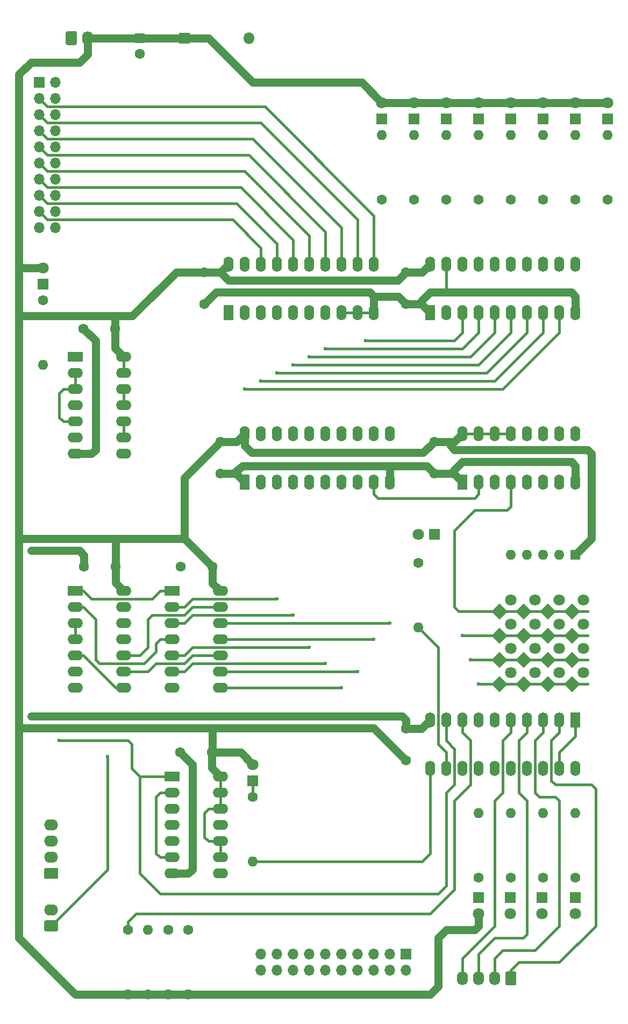
<source format=gbr>
G04 #@! TF.GenerationSoftware,KiCad,Pcbnew,(5.1.7)-1*
G04 #@! TF.CreationDate,2020-11-15T10:54:59+01:00*
G04 #@! TF.ProjectId,Befehle,42656665-686c-4652-9e6b-696361645f70,rev?*
G04 #@! TF.SameCoordinates,Original*
G04 #@! TF.FileFunction,Copper,L1,Top*
G04 #@! TF.FilePolarity,Positive*
%FSLAX46Y46*%
G04 Gerber Fmt 4.6, Leading zero omitted, Abs format (unit mm)*
G04 Created by KiCad (PCBNEW (5.1.7)-1) date 2020-11-15 10:54:59*
%MOMM*%
%LPD*%
G01*
G04 APERTURE LIST*
G04 #@! TA.AperFunction,ComponentPad*
%ADD10O,1.600000X2.400000*%
G04 #@! TD*
G04 #@! TA.AperFunction,ComponentPad*
%ADD11R,1.600000X2.400000*%
G04 #@! TD*
G04 #@! TA.AperFunction,ComponentPad*
%ADD12O,2.190000X1.740000*%
G04 #@! TD*
G04 #@! TA.AperFunction,ComponentPad*
%ADD13O,1.800000X1.800000*%
G04 #@! TD*
G04 #@! TA.AperFunction,ComponentPad*
%ADD14R,1.800000X1.800000*%
G04 #@! TD*
G04 #@! TA.AperFunction,ComponentPad*
%ADD15O,1.600000X1.600000*%
G04 #@! TD*
G04 #@! TA.AperFunction,ComponentPad*
%ADD16C,1.600000*%
G04 #@! TD*
G04 #@! TA.AperFunction,ComponentPad*
%ADD17C,1.800000*%
G04 #@! TD*
G04 #@! TA.AperFunction,ComponentPad*
%ADD18C,0.100000*%
G04 #@! TD*
G04 #@! TA.AperFunction,ComponentPad*
%ADD19O,1.700000X1.700000*%
G04 #@! TD*
G04 #@! TA.AperFunction,ComponentPad*
%ADD20R,1.700000X1.700000*%
G04 #@! TD*
G04 #@! TA.AperFunction,ComponentPad*
%ADD21O,2.400000X1.600000*%
G04 #@! TD*
G04 #@! TA.AperFunction,ComponentPad*
%ADD22R,2.400000X1.600000*%
G04 #@! TD*
G04 #@! TA.AperFunction,ComponentPad*
%ADD23R,1.600000X1.600000*%
G04 #@! TD*
G04 #@! TA.AperFunction,ComponentPad*
%ADD24O,1.740000X2.190000*%
G04 #@! TD*
G04 #@! TA.AperFunction,ViaPad*
%ADD25C,0.600000*%
G04 #@! TD*
G04 #@! TA.AperFunction,Conductor*
%ADD26C,0.400000*%
G04 #@! TD*
G04 #@! TA.AperFunction,Conductor*
%ADD27C,1.250000*%
G04 #@! TD*
G04 APERTURE END LIST*
D10*
X109950000Y-141320000D03*
X87090000Y-133700000D03*
X107410000Y-141320000D03*
X89630000Y-133700000D03*
X104870000Y-141320000D03*
X92170000Y-133700000D03*
X102330000Y-141320000D03*
X94710000Y-133700000D03*
X99790000Y-141320000D03*
X97250000Y-133700000D03*
X97250000Y-141320000D03*
X99790000Y-133700000D03*
X94710000Y-141320000D03*
X102330000Y-133700000D03*
X92170000Y-141320000D03*
X104870000Y-133700000D03*
X89630000Y-141320000D03*
X107410000Y-133700000D03*
X87090000Y-141320000D03*
D11*
X109950000Y-133700000D03*
D10*
X57880000Y-88615000D03*
X80740000Y-96235000D03*
X60420000Y-88615000D03*
X78200000Y-96235000D03*
X62960000Y-88615000D03*
X75660000Y-96235000D03*
X65500000Y-88615000D03*
X73120000Y-96235000D03*
X68040000Y-88615000D03*
X70580000Y-96235000D03*
X70580000Y-88615000D03*
X68040000Y-96235000D03*
X73120000Y-88615000D03*
X65500000Y-96235000D03*
X75660000Y-88615000D03*
X62960000Y-96235000D03*
X78200000Y-88615000D03*
X60420000Y-96235000D03*
X80740000Y-88615000D03*
D11*
X57880000Y-96235000D03*
D10*
X87090000Y-61945000D03*
X109950000Y-69565000D03*
X89630000Y-61945000D03*
X107410000Y-69565000D03*
X92170000Y-61945000D03*
X104870000Y-69565000D03*
X94710000Y-61945000D03*
X102330000Y-69565000D03*
X97250000Y-61945000D03*
X99790000Y-69565000D03*
X99790000Y-61945000D03*
X97250000Y-69565000D03*
X102330000Y-61945000D03*
X94710000Y-69565000D03*
X104870000Y-61945000D03*
X92170000Y-69565000D03*
X107410000Y-61945000D03*
X89630000Y-69565000D03*
X109950000Y-61945000D03*
D11*
X87090000Y-69565000D03*
D10*
X55340000Y-61945000D03*
X78200000Y-69565000D03*
X57880000Y-61945000D03*
X75660000Y-69565000D03*
X60420000Y-61945000D03*
X73120000Y-69565000D03*
X62960000Y-61945000D03*
X70580000Y-69565000D03*
X65500000Y-61945000D03*
X68040000Y-69565000D03*
X68040000Y-61945000D03*
X65500000Y-69565000D03*
X70580000Y-61945000D03*
X62960000Y-69565000D03*
X73120000Y-61945000D03*
X60420000Y-69565000D03*
X75660000Y-61945000D03*
X57880000Y-69565000D03*
X78200000Y-61945000D03*
D11*
X55340000Y-69565000D03*
D12*
X27400000Y-150210000D03*
X27400000Y-152750000D03*
X27400000Y-155290000D03*
G04 #@! TA.AperFunction,ComponentPad*
G36*
G01*
X28245001Y-158700000D02*
X26554999Y-158700000D01*
G75*
G02*
X26305000Y-158450001I0J249999D01*
G01*
X26305000Y-157209999D01*
G75*
G02*
X26554999Y-156960000I249999J0D01*
G01*
X28245001Y-156960000D01*
G75*
G02*
X28495000Y-157209999I0J-249999D01*
G01*
X28495000Y-158450001D01*
G75*
G02*
X28245001Y-158700000I-249999J0D01*
G01*
G37*
G04 #@! TD.AperFunction*
D13*
X58515000Y-26385000D03*
D14*
X48355000Y-26385000D03*
D15*
X109950000Y-148305000D03*
D16*
X109950000Y-158465000D03*
D17*
X111220000Y-126188949D03*
G04 #@! TA.AperFunction,ComponentPad*
D18*
G36*
X109423949Y-129257792D02*
G01*
X108151157Y-127985000D01*
X109423949Y-126712208D01*
X110696741Y-127985000D01*
X109423949Y-129257792D01*
G37*
G04 #@! TD.AperFunction*
D17*
X103600000Y-122378949D03*
G04 #@! TA.AperFunction,ComponentPad*
D18*
G36*
X101803949Y-125447792D02*
G01*
X100531157Y-124175000D01*
X101803949Y-122902208D01*
X103076741Y-124175000D01*
X101803949Y-125447792D01*
G37*
G04 #@! TD.AperFunction*
D17*
X107410000Y-126188949D03*
G04 #@! TA.AperFunction,ComponentPad*
D18*
G36*
X105613949Y-129257792D02*
G01*
X104341157Y-127985000D01*
X105613949Y-126712208D01*
X106886741Y-127985000D01*
X105613949Y-129257792D01*
G37*
G04 #@! TD.AperFunction*
D19*
X60420000Y-173070000D03*
X60420000Y-170530000D03*
X62960000Y-173070000D03*
X62960000Y-170530000D03*
X65500000Y-173070000D03*
X65500000Y-170530000D03*
X68040000Y-173070000D03*
X68040000Y-170530000D03*
X70580000Y-173070000D03*
X70580000Y-170530000D03*
X73120000Y-173070000D03*
X73120000Y-170530000D03*
X75660000Y-173070000D03*
X75660000Y-170530000D03*
X78200000Y-173070000D03*
X78200000Y-170530000D03*
X80740000Y-173070000D03*
X80740000Y-170530000D03*
X83280000Y-173070000D03*
D20*
X83280000Y-170530000D03*
D10*
X92170000Y-88615000D03*
X109950000Y-96235000D03*
X94710000Y-88615000D03*
X107410000Y-96235000D03*
X97250000Y-88615000D03*
X104870000Y-96235000D03*
X99790000Y-88615000D03*
X102330000Y-96235000D03*
X102330000Y-88615000D03*
X99790000Y-96235000D03*
X104870000Y-88615000D03*
X97250000Y-96235000D03*
X107410000Y-88615000D03*
X94710000Y-96235000D03*
X109950000Y-88615000D03*
D11*
X92170000Y-96235000D03*
D21*
X38830000Y-76550000D03*
X31210000Y-91790000D03*
X38830000Y-79090000D03*
X31210000Y-89250000D03*
X38830000Y-81630000D03*
X31210000Y-86710000D03*
X38830000Y-84170000D03*
X31210000Y-84170000D03*
X38830000Y-86710000D03*
X31210000Y-81630000D03*
X38830000Y-89250000D03*
X31210000Y-79090000D03*
X38830000Y-91790000D03*
D22*
X31210000Y-76550000D03*
D15*
X99790000Y-107665000D03*
X102330000Y-107665000D03*
X104870000Y-107665000D03*
X107410000Y-107665000D03*
D23*
X109950000Y-107665000D03*
D15*
X115030000Y-41625000D03*
D16*
X115030000Y-51785000D03*
D15*
X104870000Y-148305000D03*
D16*
X104870000Y-158465000D03*
D15*
X109950000Y-41625000D03*
D16*
X109950000Y-51785000D03*
D15*
X104870000Y-41625000D03*
D16*
X104870000Y-51785000D03*
D15*
X99790000Y-41625000D03*
D16*
X99790000Y-51785000D03*
D15*
X94710000Y-41625000D03*
D16*
X94710000Y-51785000D03*
D15*
X89630000Y-41625000D03*
D16*
X89630000Y-51785000D03*
D15*
X99790000Y-148305000D03*
D16*
X99790000Y-158465000D03*
D15*
X84550000Y-41625000D03*
D16*
X84550000Y-51785000D03*
D15*
X79470000Y-41625000D03*
D16*
X79470000Y-51785000D03*
D15*
X94710000Y-148305000D03*
D16*
X94710000Y-158465000D03*
D15*
X85185000Y-119095000D03*
D16*
X85185000Y-108935000D03*
D15*
X45815000Y-176880000D03*
D16*
X45815000Y-166720000D03*
D15*
X26130000Y-77820000D03*
D16*
X26130000Y-67660000D03*
D15*
X39465000Y-176880000D03*
D16*
X39465000Y-166720000D03*
D15*
X48990000Y-176880000D03*
D16*
X48990000Y-166720000D03*
D15*
X59150000Y-155925000D03*
D16*
X59150000Y-145765000D03*
D15*
X42640000Y-166720000D03*
D16*
X42640000Y-176880000D03*
D24*
X33115000Y-26385000D03*
G04 #@! TA.AperFunction,ComponentPad*
G36*
G01*
X29705000Y-27230001D02*
X29705000Y-25539999D01*
G75*
G02*
X29954999Y-25290000I249999J0D01*
G01*
X31195001Y-25290000D01*
G75*
G02*
X31445000Y-25539999I0J-249999D01*
G01*
X31445000Y-27230001D01*
G75*
G02*
X31195001Y-27480000I-249999J0D01*
G01*
X29954999Y-27480000D01*
G75*
G02*
X29705000Y-27230001I0J249999D01*
G01*
G37*
G04 #@! TD.AperFunction*
X92170000Y-174340000D03*
X94710000Y-174340000D03*
X97250000Y-174340000D03*
G04 #@! TA.AperFunction,ComponentPad*
G36*
G01*
X100660000Y-173494999D02*
X100660000Y-175185001D01*
G75*
G02*
X100410001Y-175435000I-249999J0D01*
G01*
X99169999Y-175435000D01*
G75*
G02*
X98920000Y-175185001I0J249999D01*
G01*
X98920000Y-173494999D01*
G75*
G02*
X99169999Y-173245000I249999J0D01*
G01*
X100410001Y-173245000D01*
G75*
G02*
X100660000Y-173494999I0J-249999D01*
G01*
G37*
G04 #@! TD.AperFunction*
D12*
X27400000Y-163545000D03*
G04 #@! TA.AperFunction,ComponentPad*
G36*
G01*
X28245001Y-166955000D02*
X26554999Y-166955000D01*
G75*
G02*
X26305000Y-166705001I0J249999D01*
G01*
X26305000Y-165464999D01*
G75*
G02*
X26554999Y-165215000I249999J0D01*
G01*
X28245001Y-165215000D01*
G75*
G02*
X28495000Y-165464999I0J-249999D01*
G01*
X28495000Y-166705001D01*
G75*
G02*
X28245001Y-166955000I-249999J0D01*
G01*
G37*
G04 #@! TD.AperFunction*
D20*
X25495000Y-33370000D03*
D19*
X28035000Y-33370000D03*
X25495000Y-35910000D03*
X28035000Y-35910000D03*
X25495000Y-38450000D03*
X28035000Y-38450000D03*
X25495000Y-40990000D03*
X28035000Y-40990000D03*
X25495000Y-43530000D03*
X28035000Y-43530000D03*
X25495000Y-46070000D03*
X28035000Y-46070000D03*
X25495000Y-48610000D03*
X28035000Y-48610000D03*
X25495000Y-51150000D03*
X28035000Y-51150000D03*
X25495000Y-53690000D03*
X28035000Y-53690000D03*
X25495000Y-56230000D03*
X28035000Y-56230000D03*
D17*
X109950000Y-164180000D03*
D14*
X109950000Y-161640000D03*
D17*
X115030000Y-36545000D03*
D14*
X115030000Y-39085000D03*
D17*
X104715000Y-164180000D03*
D14*
X104715000Y-161640000D03*
D17*
X109950000Y-36545000D03*
D14*
X109950000Y-39085000D03*
D17*
X104870000Y-36545000D03*
D14*
X104870000Y-39085000D03*
D17*
X99790000Y-36545000D03*
D14*
X99790000Y-39085000D03*
D17*
X94710000Y-36545000D03*
D14*
X94710000Y-39085000D03*
D17*
X89630000Y-36545000D03*
D14*
X89630000Y-39085000D03*
D17*
X99715000Y-164180000D03*
D14*
X99715000Y-161640000D03*
D17*
X84550000Y-36545000D03*
D14*
X84550000Y-39085000D03*
D17*
X79470000Y-36545000D03*
D14*
X79470000Y-39085000D03*
D17*
X94710000Y-164180000D03*
D14*
X94710000Y-161640000D03*
D17*
X85185000Y-104490000D03*
D14*
X87725000Y-104490000D03*
D17*
X26130000Y-62580000D03*
D14*
X26130000Y-65120000D03*
D17*
X59150000Y-140685000D03*
D14*
X59150000Y-143225000D03*
D21*
X54070000Y-142590000D03*
X46450000Y-157830000D03*
X54070000Y-145130000D03*
X46450000Y-155290000D03*
X54070000Y-147670000D03*
X46450000Y-152750000D03*
X54070000Y-150210000D03*
X46450000Y-150210000D03*
X54070000Y-152750000D03*
X46450000Y-147670000D03*
X54070000Y-155290000D03*
X46450000Y-145130000D03*
X54070000Y-157830000D03*
D22*
X46450000Y-142590000D03*
D16*
X32480000Y-72105000D03*
X37480000Y-72105000D03*
D21*
X38830000Y-113380000D03*
X31210000Y-128620000D03*
X38830000Y-115920000D03*
X31210000Y-126080000D03*
X38830000Y-118460000D03*
X31210000Y-123540000D03*
X38830000Y-121000000D03*
X31210000Y-121000000D03*
X38830000Y-123540000D03*
X31210000Y-118460000D03*
X38830000Y-126080000D03*
X31210000Y-115920000D03*
X38830000Y-128620000D03*
D22*
X31210000Y-113380000D03*
D21*
X54021740Y-113380000D03*
X46401740Y-128620000D03*
X54021740Y-115920000D03*
X46401740Y-126080000D03*
X54021740Y-118460000D03*
X46401740Y-123540000D03*
X54021740Y-121000000D03*
X46401740Y-121000000D03*
X54021740Y-123540000D03*
X46401740Y-118460000D03*
X54021740Y-126080000D03*
X46401740Y-115920000D03*
X54021740Y-128620000D03*
D22*
X46401740Y-113380000D03*
D17*
X103600000Y-126188949D03*
G04 #@! TA.AperFunction,ComponentPad*
D18*
G36*
X101803949Y-129257792D02*
G01*
X100531157Y-127985000D01*
X101803949Y-126712208D01*
X103076741Y-127985000D01*
X101803949Y-129257792D01*
G37*
G04 #@! TD.AperFunction*
D17*
X99790000Y-126188949D03*
G04 #@! TA.AperFunction,ComponentPad*
D18*
G36*
X97993949Y-129257792D02*
G01*
X96721157Y-127985000D01*
X97993949Y-126712208D01*
X99266741Y-127985000D01*
X97993949Y-129257792D01*
G37*
G04 #@! TD.AperFunction*
D17*
X111220000Y-122378949D03*
G04 #@! TA.AperFunction,ComponentPad*
D18*
G36*
X109423949Y-125447792D02*
G01*
X108151157Y-124175000D01*
X109423949Y-122902208D01*
X110696741Y-124175000D01*
X109423949Y-125447792D01*
G37*
G04 #@! TD.AperFunction*
D17*
X107410000Y-122378949D03*
G04 #@! TA.AperFunction,ComponentPad*
D18*
G36*
X105613949Y-125447792D02*
G01*
X104341157Y-124175000D01*
X105613949Y-122902208D01*
X106886741Y-124175000D01*
X105613949Y-125447792D01*
G37*
G04 #@! TD.AperFunction*
D17*
X111220000Y-118568949D03*
G04 #@! TA.AperFunction,ComponentPad*
D18*
G36*
X109423949Y-121637792D02*
G01*
X108151157Y-120365000D01*
X109423949Y-119092208D01*
X110696741Y-120365000D01*
X109423949Y-121637792D01*
G37*
G04 #@! TD.AperFunction*
D17*
X107410000Y-118568949D03*
G04 #@! TA.AperFunction,ComponentPad*
D18*
G36*
X105613949Y-121637792D02*
G01*
X104341157Y-120365000D01*
X105613949Y-119092208D01*
X106886741Y-120365000D01*
X105613949Y-121637792D01*
G37*
G04 #@! TD.AperFunction*
D17*
X103600000Y-118568949D03*
G04 #@! TA.AperFunction,ComponentPad*
D18*
G36*
X101803949Y-121637792D02*
G01*
X100531157Y-120365000D01*
X101803949Y-119092208D01*
X103076741Y-120365000D01*
X101803949Y-121637792D01*
G37*
G04 #@! TD.AperFunction*
D17*
X111220000Y-114758949D03*
G04 #@! TA.AperFunction,ComponentPad*
D18*
G36*
X109423949Y-117827792D02*
G01*
X108151157Y-116555000D01*
X109423949Y-115282208D01*
X110696741Y-116555000D01*
X109423949Y-117827792D01*
G37*
G04 #@! TD.AperFunction*
D17*
X107410000Y-114758949D03*
G04 #@! TA.AperFunction,ComponentPad*
D18*
G36*
X105613949Y-117827792D02*
G01*
X104341157Y-116555000D01*
X105613949Y-115282208D01*
X106886741Y-116555000D01*
X105613949Y-117827792D01*
G37*
G04 #@! TD.AperFunction*
D17*
X99790000Y-122378949D03*
G04 #@! TA.AperFunction,ComponentPad*
D18*
G36*
X97993949Y-125447792D02*
G01*
X96721157Y-124175000D01*
X97993949Y-122902208D01*
X99266741Y-124175000D01*
X97993949Y-125447792D01*
G37*
G04 #@! TD.AperFunction*
D17*
X103600000Y-114758949D03*
G04 #@! TA.AperFunction,ComponentPad*
D18*
G36*
X101803949Y-117827792D02*
G01*
X100531157Y-116555000D01*
X101803949Y-115282208D01*
X103076741Y-116555000D01*
X101803949Y-117827792D01*
G37*
G04 #@! TD.AperFunction*
D17*
X99790000Y-118568949D03*
G04 #@! TA.AperFunction,ComponentPad*
D18*
G36*
X97993949Y-121637792D02*
G01*
X96721157Y-120365000D01*
X97993949Y-119092208D01*
X99266741Y-120365000D01*
X97993949Y-121637792D01*
G37*
G04 #@! TD.AperFunction*
D17*
X99790000Y-114758949D03*
G04 #@! TA.AperFunction,ComponentPad*
D18*
G36*
X97993949Y-117827792D02*
G01*
X96721157Y-116555000D01*
X97993949Y-115282208D01*
X99266741Y-116555000D01*
X97993949Y-117827792D01*
G37*
G04 #@! TD.AperFunction*
D16*
X41370000Y-28885000D03*
D23*
X41370000Y-26385000D03*
D16*
X47720000Y-138780000D03*
X52720000Y-138780000D03*
X32560000Y-109570000D03*
X37560000Y-109570000D03*
X47800000Y-109570000D03*
X52800000Y-109570000D03*
X83280000Y-135050000D03*
X83280000Y-140050000D03*
X54070000Y-94885000D03*
X54070000Y-89885000D03*
X87725000Y-94885000D03*
X87725000Y-89885000D03*
X83280000Y-68215000D03*
X83280000Y-63215000D03*
X51530000Y-68215000D03*
X51530000Y-63215000D03*
D25*
X70580000Y-75280000D03*
X68040000Y-76550000D03*
X65500000Y-77820000D03*
X62960000Y-79090000D03*
X60420000Y-80360000D03*
X24225000Y-133065000D03*
X47720000Y-133065000D03*
X24225000Y-107030000D03*
X92170000Y-120365000D03*
X93440000Y-124175000D03*
X94710000Y-127985000D03*
X28670000Y-136875000D03*
X36290000Y-139415000D03*
X62960000Y-114650000D03*
X65500000Y-117190000D03*
X68040000Y-122270000D03*
X70580000Y-124810000D03*
X73120000Y-128620000D03*
X75660000Y-126080000D03*
X78200000Y-121000000D03*
X80740000Y-118460000D03*
X57880000Y-81630000D03*
X76930000Y-74010000D03*
D26*
X94710000Y-72740000D02*
X94710000Y-69565000D01*
X92170000Y-75280000D02*
X94710000Y-72740000D01*
X70580000Y-75280000D02*
X92170000Y-75280000D01*
X93440000Y-76550000D02*
X97250000Y-72740000D01*
X97250000Y-72740000D02*
X97250000Y-69565000D01*
X68040000Y-76550000D02*
X93440000Y-76550000D01*
X94710000Y-77820000D02*
X99790000Y-72740000D01*
X99790000Y-72740000D02*
X99790000Y-69565000D01*
X65500000Y-77820000D02*
X94710000Y-77820000D01*
X102330000Y-72740000D02*
X102330000Y-69565000D01*
X95980000Y-79090000D02*
X102330000Y-72740000D01*
X62960000Y-79090000D02*
X95980000Y-79090000D01*
X104870000Y-72740000D02*
X104870000Y-69565000D01*
X97250000Y-80360000D02*
X104870000Y-72740000D01*
X60420000Y-80360000D02*
X97250000Y-80360000D01*
D27*
X51530000Y-68215000D02*
X53355000Y-66390000D01*
X53355000Y-66390000D02*
X77565000Y-66390000D01*
X78200000Y-67025000D02*
X78200000Y-69565000D01*
X77565000Y-66390000D02*
X78200000Y-67025000D01*
X85740000Y-68215000D02*
X87090000Y-69565000D01*
X83280000Y-68215000D02*
X85740000Y-68215000D01*
X85740000Y-67740000D02*
X87090000Y-66390000D01*
X109950000Y-67025000D02*
X109950000Y-69565000D01*
X109315000Y-66390000D02*
X109950000Y-67025000D01*
X32480000Y-72105000D02*
X34385000Y-74010000D01*
X34385000Y-74010000D02*
X34385000Y-91155000D01*
X33750000Y-91790000D02*
X31210000Y-91790000D01*
X34385000Y-91155000D02*
X33750000Y-91790000D01*
X85740000Y-135050000D02*
X87090000Y-133700000D01*
X83280000Y-135050000D02*
X85740000Y-135050000D01*
X56530000Y-94885000D02*
X57880000Y-96235000D01*
X54070000Y-94885000D02*
X56530000Y-94885000D01*
X80740000Y-93695000D02*
X80740000Y-96235000D01*
X86535000Y-93695000D02*
X87725000Y-94885000D01*
X80740000Y-93695000D02*
X86535000Y-93695000D01*
X80105000Y-93695000D02*
X80740000Y-93695000D01*
X57562500Y-93695000D02*
X80105000Y-93695000D01*
X56055000Y-94885000D02*
X57562500Y-93695000D01*
X54070000Y-94885000D02*
X56055000Y-94885000D01*
X90820000Y-94885000D02*
X92170000Y-96235000D01*
X87725000Y-94885000D02*
X90820000Y-94885000D01*
X90820000Y-94885000D02*
X90820000Y-94410000D01*
X90820000Y-94410000D02*
X92170000Y-93060000D01*
X92170000Y-93060000D02*
X109315000Y-93060000D01*
X109950000Y-93695000D02*
X109950000Y-96235000D01*
X109315000Y-93060000D02*
X109950000Y-93695000D01*
X47720000Y-138780000D02*
X49625000Y-140685000D01*
X49625000Y-140685000D02*
X49625000Y-157195000D01*
X48990000Y-157830000D02*
X46450000Y-157830000D01*
X49625000Y-157195000D02*
X48990000Y-157830000D01*
X24225000Y-133065000D02*
X82645000Y-133065000D01*
D26*
X107410000Y-141320000D02*
X107410000Y-138780000D01*
X109950000Y-136240000D02*
X109950000Y-133700000D01*
X107410000Y-138780000D02*
X109950000Y-136240000D01*
D27*
X24225000Y-107030000D02*
X31845000Y-107030000D01*
X32560000Y-107745000D02*
X32560000Y-109570000D01*
X31845000Y-107030000D02*
X32560000Y-107745000D01*
X82645000Y-133065000D02*
X83280000Y-133700000D01*
X83280000Y-133700000D02*
X83280000Y-135050000D01*
X82090000Y-67025000D02*
X83280000Y-68215000D01*
X78200000Y-67025000D02*
X82090000Y-67025000D01*
D26*
X75660000Y-69565000D02*
X78200000Y-69565000D01*
X73120000Y-69565000D02*
X75660000Y-69565000D01*
X89630000Y-61945000D02*
X89630000Y-66390000D01*
D27*
X89630000Y-66390000D02*
X109315000Y-66390000D01*
X87090000Y-66390000D02*
X89630000Y-66390000D01*
X33115000Y-26385000D02*
X33115000Y-28925000D01*
X33115000Y-28925000D02*
X31845000Y-30195000D01*
X31845000Y-30195000D02*
X24225000Y-30195000D01*
X24225000Y-30195000D02*
X22320000Y-32100000D01*
X22320000Y-32100000D02*
X22320000Y-51785000D01*
X22320000Y-62580000D02*
X22320000Y-67660000D01*
X26130000Y-62580000D02*
X22320000Y-62580000D01*
X22320000Y-51785000D02*
X22320000Y-62580000D01*
X54070000Y-63215000D02*
X55340000Y-61945000D01*
X51530000Y-63215000D02*
X54070000Y-63215000D01*
X85820000Y-63215000D02*
X87090000Y-61945000D01*
X83280000Y-63215000D02*
X85820000Y-63215000D01*
X37480000Y-75200000D02*
X38830000Y-76550000D01*
X37480000Y-72105000D02*
X37480000Y-75200000D01*
X22320000Y-67660000D02*
X22320000Y-70200000D01*
X48990000Y-176880000D02*
X39465000Y-176880000D01*
X22320000Y-71470000D02*
X22320000Y-70200000D01*
X31210000Y-176880000D02*
X22320000Y-167990000D01*
X39465000Y-176880000D02*
X31210000Y-176880000D01*
X37560000Y-112110000D02*
X38830000Y-113380000D01*
X37560000Y-109570000D02*
X37560000Y-112110000D01*
X52800000Y-112158260D02*
X54021740Y-113380000D01*
X52800000Y-109570000D02*
X52800000Y-112158260D01*
X22320000Y-105125000D02*
X22320000Y-71470000D01*
X37560000Y-109570000D02*
X37560000Y-105125000D01*
X37560000Y-105125000D02*
X22320000Y-105125000D01*
X22320000Y-134970000D02*
X51530000Y-134970000D01*
X22320000Y-167990000D02*
X22320000Y-134970000D01*
X22320000Y-134970000D02*
X22320000Y-105125000D01*
X52800000Y-138700000D02*
X52720000Y-138780000D01*
X52800000Y-134970000D02*
X52800000Y-138700000D01*
X57245000Y-138780000D02*
X59150000Y-140685000D01*
X52720000Y-138780000D02*
X57245000Y-138780000D01*
X48355000Y-105125000D02*
X48355000Y-95600000D01*
X48355000Y-95600000D02*
X54070000Y-89885000D01*
X48355000Y-105125000D02*
X37560000Y-105125000D01*
X56610000Y-89885000D02*
X57880000Y-88615000D01*
X54070000Y-89885000D02*
X56610000Y-89885000D01*
X57880000Y-88615000D02*
X57880000Y-90520000D01*
X86000010Y-91609990D02*
X87725000Y-89885000D01*
X58969990Y-91609990D02*
X86000010Y-91609990D01*
X57880000Y-90520000D02*
X58969990Y-91609990D01*
X90900000Y-89885000D02*
X92170000Y-88615000D01*
X87725000Y-89885000D02*
X90265000Y-89885000D01*
X90265000Y-89885000D02*
X90900000Y-89885000D01*
X90265000Y-90520000D02*
X90265000Y-89885000D01*
X90900000Y-91155000D02*
X90265000Y-90520000D01*
X111855000Y-91155000D02*
X90900000Y-91155000D01*
X112490000Y-91790000D02*
X111855000Y-91155000D01*
X112490000Y-105125000D02*
X112490000Y-91790000D01*
X109950000Y-107665000D02*
X112490000Y-105125000D01*
X94710000Y-166085000D02*
X94710000Y-164180000D01*
X94075000Y-166720000D02*
X94710000Y-166085000D01*
X89630000Y-166720000D02*
X94075000Y-166720000D01*
X88360000Y-167990000D02*
X89630000Y-166720000D01*
X88360000Y-175610000D02*
X88360000Y-167990000D01*
X87090000Y-176880000D02*
X88360000Y-175610000D01*
X48990000Y-176880000D02*
X87090000Y-176880000D01*
X78200000Y-134970000D02*
X83280000Y-140050000D01*
X51530000Y-134970000D02*
X78200000Y-134970000D01*
X22400000Y-70120000D02*
X37480000Y-70120000D01*
X22320000Y-70200000D02*
X22400000Y-70120000D01*
X37560000Y-72025000D02*
X37480000Y-72105000D01*
X55340000Y-64485000D02*
X54070000Y-63215000D01*
X82010000Y-64485000D02*
X55340000Y-64485000D01*
X83280000Y-63215000D02*
X82010000Y-64485000D01*
X37480000Y-72105000D02*
X37480000Y-70120000D01*
X48355000Y-105125000D02*
X52800000Y-109570000D01*
X47085000Y-63215000D02*
X51530000Y-63215000D01*
X40180000Y-70120000D02*
X47085000Y-63215000D01*
X37480000Y-70120000D02*
X40180000Y-70120000D01*
X115030000Y-36545000D02*
X79470000Y-36545000D01*
X33115000Y-26385000D02*
X41370000Y-26385000D01*
X41370000Y-26385000D02*
X48355000Y-26385000D01*
X48355000Y-26385000D02*
X52165000Y-26385000D01*
X52165000Y-26385000D02*
X59150000Y-33370000D01*
X76295000Y-33370000D02*
X79470000Y-36545000D01*
X59150000Y-33370000D02*
X76295000Y-33370000D01*
D26*
X38830000Y-76550000D02*
X38830000Y-79090000D01*
D27*
X52720000Y-141240000D02*
X54070000Y-142590000D01*
X52720000Y-138780000D02*
X52720000Y-141240000D01*
D26*
X54070000Y-142590000D02*
X54070000Y-145130000D01*
X54070000Y-145130000D02*
X54070000Y-147670000D01*
X54070000Y-147670000D02*
X52165000Y-147670000D01*
X52165000Y-147670000D02*
X51530000Y-148305000D01*
X51530000Y-148305000D02*
X51530000Y-152115000D01*
X52165000Y-152750000D02*
X54070000Y-152750000D01*
X51530000Y-152115000D02*
X52165000Y-152750000D01*
X54070000Y-152750000D02*
X54070000Y-155290000D01*
X92170000Y-88615000D02*
X99790000Y-88615000D01*
X31210000Y-79090000D02*
X31210000Y-81630000D01*
X29305000Y-86710000D02*
X31210000Y-86710000D01*
X28670000Y-86075000D02*
X29305000Y-86710000D01*
X28670000Y-82265000D02*
X28670000Y-86075000D01*
X29305000Y-81630000D02*
X28670000Y-82265000D01*
X31210000Y-81630000D02*
X29305000Y-81630000D01*
X38830000Y-86710000D02*
X38830000Y-89250000D01*
X38830000Y-81630000D02*
X38830000Y-84170000D01*
X26765000Y-37180000D02*
X25495000Y-35910000D01*
X61055000Y-37180000D02*
X26765000Y-37180000D01*
X78200000Y-54325000D02*
X61055000Y-37180000D01*
X78200000Y-61945000D02*
X78200000Y-54325000D01*
X75660000Y-54960000D02*
X75660000Y-61945000D01*
X60420000Y-39720000D02*
X75660000Y-54960000D01*
X26765000Y-39720000D02*
X60420000Y-39720000D01*
X25495000Y-38450000D02*
X26765000Y-39720000D01*
X59150000Y-42260000D02*
X73120000Y-56230000D01*
X73120000Y-56230000D02*
X73120000Y-61945000D01*
X26765000Y-42260000D02*
X59150000Y-42260000D01*
X25495000Y-40990000D02*
X26765000Y-42260000D01*
X70580000Y-56865000D02*
X70580000Y-61945000D01*
X58515000Y-44800000D02*
X70580000Y-56865000D01*
X26765000Y-44800000D02*
X58515000Y-44800000D01*
X25495000Y-43530000D02*
X26765000Y-44800000D01*
X25495000Y-46070000D02*
X26765000Y-47340000D01*
X26765000Y-47340000D02*
X57880000Y-47340000D01*
X68040000Y-57500000D02*
X68040000Y-61945000D01*
X57880000Y-47340000D02*
X68040000Y-57500000D01*
X25495000Y-48610000D02*
X26765000Y-49880000D01*
X26765000Y-49880000D02*
X57245000Y-49880000D01*
X65500000Y-58135000D02*
X65500000Y-61945000D01*
X57245000Y-49880000D02*
X65500000Y-58135000D01*
X62960000Y-58770000D02*
X62960000Y-61945000D01*
X56610000Y-52420000D02*
X62960000Y-58770000D01*
X26765000Y-52420000D02*
X56610000Y-52420000D01*
X25495000Y-51150000D02*
X26765000Y-52420000D01*
X60420000Y-59405000D02*
X60420000Y-61945000D01*
X55975000Y-54960000D02*
X60420000Y-59405000D01*
X26765000Y-54960000D02*
X55975000Y-54960000D01*
X25495000Y-53690000D02*
X26765000Y-54960000D01*
X99790000Y-100045000D02*
X99790000Y-96235000D01*
X99155000Y-100680000D02*
X99790000Y-100045000D01*
X94075000Y-100680000D02*
X99155000Y-100680000D01*
X90900000Y-103855000D02*
X94075000Y-100680000D01*
X90900000Y-115920000D02*
X90900000Y-103855000D01*
X91535000Y-116555000D02*
X90900000Y-115920000D01*
X111855000Y-116555000D02*
X91535000Y-116555000D01*
X95980000Y-120365000D02*
X111855000Y-120365000D01*
X95980000Y-120365000D02*
X92170000Y-120365000D01*
X95980000Y-124175000D02*
X111855000Y-124175000D01*
X95980000Y-124175000D02*
X93440000Y-124175000D01*
X95980000Y-127985000D02*
X111855000Y-127985000D01*
X95980000Y-127985000D02*
X94710000Y-127985000D01*
X99790000Y-135605000D02*
X99790000Y-133700000D01*
X98514999Y-136880001D02*
X99790000Y-135605000D01*
X98514999Y-142584999D02*
X98514999Y-136880001D01*
X98520000Y-142590000D02*
X98514999Y-142584999D01*
X97250000Y-166085000D02*
X92170000Y-171165000D01*
X97250000Y-146400000D02*
X97250000Y-166085000D01*
X98520000Y-145130000D02*
X97250000Y-146400000D01*
X92170000Y-171165000D02*
X92170000Y-174340000D01*
X98514999Y-142584999D02*
X98520000Y-145130000D01*
X94710000Y-173705000D02*
X94710000Y-174621940D01*
X94710000Y-170530000D02*
X94710000Y-174340000D01*
X97250000Y-167990000D02*
X94710000Y-170530000D01*
X101695000Y-167990000D02*
X97250000Y-167990000D01*
X102330000Y-167355000D02*
X101695000Y-167990000D01*
X102330000Y-146400000D02*
X102330000Y-167355000D01*
X101060000Y-145130000D02*
X102330000Y-146400000D01*
X101060000Y-136875000D02*
X101060000Y-145130000D01*
X102330000Y-135605000D02*
X101060000Y-136875000D01*
X102330000Y-133700000D02*
X102330000Y-135605000D01*
X97250000Y-173705000D02*
X97250000Y-174621940D01*
X107410000Y-166085000D02*
X103600000Y-169895000D01*
X107410000Y-146400000D02*
X107410000Y-166085000D01*
X103600000Y-169895000D02*
X98520000Y-169895000D01*
X106775000Y-145765000D02*
X107410000Y-146400000D01*
X104235000Y-145765000D02*
X106775000Y-145765000D01*
X103600000Y-145130000D02*
X104235000Y-145765000D01*
X103600000Y-136875000D02*
X103600000Y-145130000D01*
X98520000Y-169895000D02*
X97250000Y-171165000D01*
X104870000Y-135605000D02*
X103600000Y-136875000D01*
X97250000Y-171165000D02*
X97250000Y-174340000D01*
X104870000Y-133700000D02*
X104870000Y-135605000D01*
X99790000Y-173070000D02*
X99790000Y-174340000D01*
X113125000Y-144495000D02*
X113125000Y-166085000D01*
X106140000Y-143225000D02*
X106775000Y-143860000D01*
X112490000Y-143860000D02*
X113125000Y-144495000D01*
X106140000Y-136875000D02*
X106140000Y-143225000D01*
X101060000Y-171800000D02*
X99790000Y-173070000D01*
X113125000Y-166085000D02*
X107410000Y-171800000D01*
X106775000Y-143860000D02*
X112490000Y-143860000D01*
X107410000Y-135605000D02*
X106140000Y-136875000D01*
X107410000Y-171800000D02*
X101060000Y-171800000D01*
X107410000Y-133700000D02*
X107410000Y-135605000D01*
X40100000Y-141320000D02*
X41370000Y-142590000D01*
X40100000Y-137510000D02*
X40100000Y-141320000D01*
X39465000Y-136875000D02*
X40100000Y-137510000D01*
X28670000Y-136875000D02*
X39465000Y-136875000D01*
X90900000Y-143860000D02*
X89630000Y-145130000D01*
X90900000Y-138214990D02*
X90900000Y-143860000D01*
X89630000Y-136875000D02*
X90900000Y-138214990D01*
X89630000Y-133700000D02*
X89630000Y-136875000D01*
X41370000Y-157830000D02*
X41370000Y-142590000D01*
X44545000Y-161005000D02*
X41370000Y-157830000D01*
X88360000Y-161005000D02*
X44545000Y-161005000D01*
X89630000Y-159735000D02*
X88360000Y-161005000D01*
X89630000Y-145130000D02*
X89630000Y-159735000D01*
X41370000Y-142590000D02*
X46450000Y-142590000D01*
X36290000Y-157195000D02*
X36290000Y-139415000D01*
X27400000Y-166085000D02*
X36290000Y-157195000D01*
X49625000Y-114650000D02*
X62960000Y-114650000D01*
X48355000Y-115920000D02*
X49625000Y-114650000D01*
X46401740Y-115920000D02*
X48355000Y-115920000D01*
X49625000Y-117190000D02*
X65500000Y-117190000D01*
X48355000Y-118460000D02*
X49625000Y-117190000D01*
X46401740Y-118460000D02*
X48355000Y-118460000D01*
X49625000Y-122270000D02*
X68040000Y-122270000D01*
X48355000Y-123540000D02*
X49625000Y-122270000D01*
X46401740Y-123540000D02*
X48355000Y-123540000D01*
X49625000Y-124810000D02*
X70580000Y-124810000D01*
X48355000Y-126080000D02*
X49625000Y-124810000D01*
X46401740Y-126080000D02*
X48355000Y-126080000D01*
X54021740Y-128620000D02*
X73120000Y-128620000D01*
X54021740Y-126080000D02*
X75660000Y-126080000D01*
X54021740Y-121000000D02*
X78200000Y-121000000D01*
X54021740Y-118460000D02*
X80740000Y-118460000D01*
X107410000Y-72740000D02*
X107410000Y-69565000D01*
X98520000Y-81630000D02*
X107410000Y-72740000D01*
X57880000Y-81630000D02*
X98520000Y-81630000D01*
X78835000Y-98775000D02*
X94075000Y-98775000D01*
X78200000Y-98140000D02*
X78835000Y-98775000D01*
X78200000Y-96235000D02*
X78200000Y-98140000D01*
X94075000Y-98775000D02*
X94710000Y-98140000D01*
X94710000Y-98140000D02*
X94710000Y-96235000D01*
X92170000Y-72740000D02*
X92170000Y-69565000D01*
X90900000Y-74010000D02*
X92170000Y-72740000D01*
X76930000Y-74010000D02*
X90900000Y-74010000D01*
X59150000Y-145765000D02*
X59150000Y-143225000D01*
X89630000Y-141320000D02*
X89630000Y-138780000D01*
X88360000Y-122270000D02*
X85185000Y-119095000D01*
X89630000Y-138780000D02*
X88360000Y-137510000D01*
X88360000Y-122270000D02*
X88360000Y-137510000D01*
X85820000Y-155925000D02*
X87090000Y-154655000D01*
X87090000Y-154655000D02*
X87090000Y-141320000D01*
X59150000Y-155925000D02*
X85820000Y-155925000D01*
X38830000Y-123540000D02*
X41370000Y-123540000D01*
X41370000Y-123540000D02*
X42640000Y-122270000D01*
X42640000Y-122270000D02*
X42640000Y-117825000D01*
X42640000Y-117825000D02*
X43275000Y-117190000D01*
X49625000Y-115920000D02*
X54021740Y-115920000D01*
X48355000Y-117190000D02*
X49625000Y-115920000D01*
X43275000Y-117190000D02*
X48355000Y-117190000D01*
X44545000Y-121000000D02*
X46401740Y-121000000D01*
X35020000Y-124810000D02*
X42005000Y-124810000D01*
X34385000Y-124175000D02*
X35020000Y-124810000D01*
X34385000Y-117825000D02*
X34385000Y-124175000D01*
X32480000Y-115920000D02*
X34385000Y-117825000D01*
X31210000Y-115920000D02*
X32480000Y-115920000D01*
X42005000Y-124810000D02*
X43910000Y-122905000D01*
X43910000Y-122905000D02*
X43910000Y-121635000D01*
X43910000Y-121635000D02*
X44545000Y-121000000D01*
X48355000Y-124810000D02*
X49625000Y-123540000D01*
X49625000Y-123540000D02*
X54021740Y-123540000D01*
X42640000Y-126080000D02*
X43910000Y-124810000D01*
X38830000Y-126080000D02*
X42640000Y-126080000D01*
X43910000Y-124810000D02*
X48355000Y-124810000D01*
X44545000Y-113380000D02*
X46401740Y-113380000D01*
X33750000Y-114650000D02*
X43275000Y-114650000D01*
X32480000Y-113380000D02*
X33750000Y-114650000D01*
X31210000Y-113380000D02*
X32480000Y-113380000D01*
X44545000Y-113380000D02*
X43275000Y-114650000D01*
X31210000Y-123540000D02*
X32480000Y-123540000D01*
X32480000Y-123540000D02*
X37560000Y-128620000D01*
X37560000Y-128620000D02*
X38830000Y-128620000D01*
X31210000Y-118460000D02*
X31210000Y-121000000D01*
X90900000Y-146400000D02*
X93440000Y-143860000D01*
X93440000Y-143860000D02*
X93440000Y-136875000D01*
X92170000Y-135605000D02*
X92170000Y-133700000D01*
X93440000Y-136875000D02*
X92170000Y-135605000D01*
X87090000Y-164180000D02*
X90900000Y-160370000D01*
X40735000Y-164180000D02*
X87090000Y-164180000D01*
X39465000Y-165450000D02*
X40735000Y-164180000D01*
X90900000Y-160370000D02*
X90900000Y-146400000D01*
X39465000Y-166720000D02*
X39465000Y-165450000D01*
X46450000Y-145130000D02*
X44545000Y-145130000D01*
X44545000Y-145130000D02*
X43910000Y-145765000D01*
X43910000Y-145765000D02*
X43910000Y-154655000D01*
X44545000Y-155290000D02*
X46450000Y-155290000D01*
X43910000Y-154655000D02*
X44545000Y-155290000D01*
M02*

</source>
